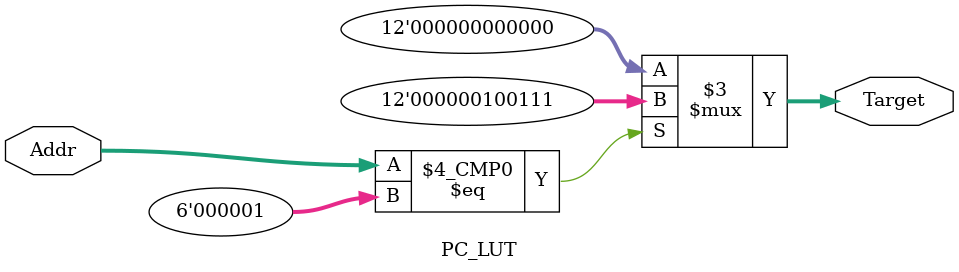
<source format=sv>
module PC_LUT #(parameter D=12)(
	input        [  5:0] Addr,
	output logic [D-1:0] Target
	);

	always_comb begin
		Target = 'b0;
		case(Addr)
			'b000001: Target = 39;
  		endcase
	end
endmodule

/*

	   pc = 4    0000_0000_0100	  4
				 1111_1111_1111	 -1

				 0000_0000_0011   3

				 (a+b)%(2**12)


   	  1111_1111_1011      -5
	  0000_0001_0100     +20
	  1111_1111_1111      -1
	  0000_0000_0000     + 0


  */

</source>
